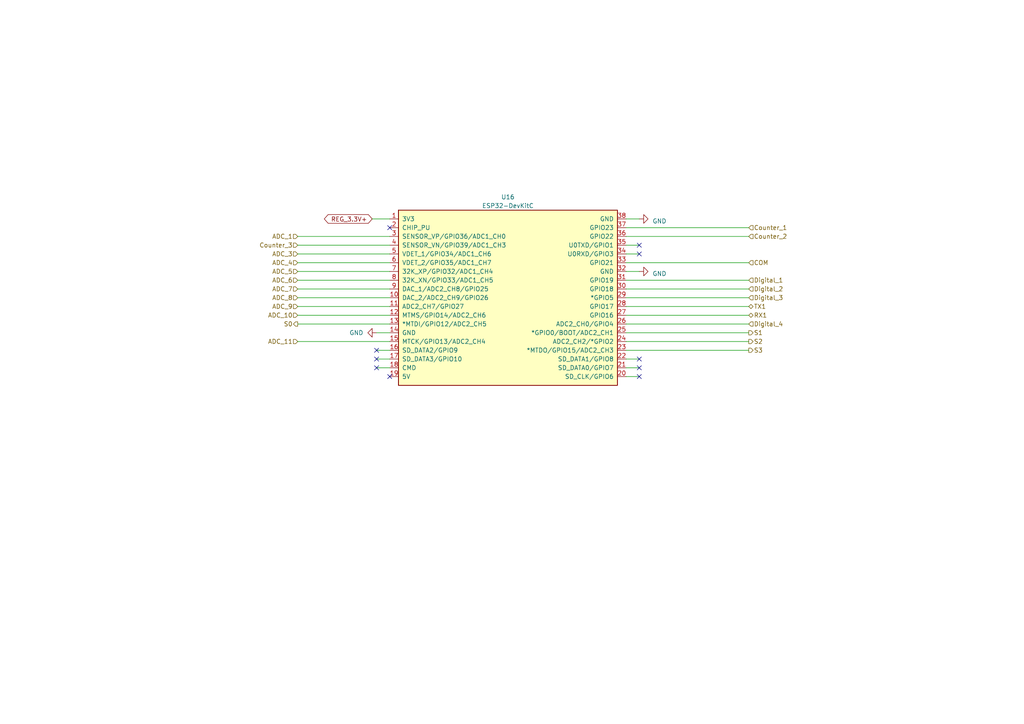
<source format=kicad_sch>
(kicad_sch (version 20230121) (generator eeschema)
  (paper "A4")
  (title_block (title "ESP32 container") (date "2023-05-14") (rev "1.2.1") (comment 1 "https://github.com/martinroger/VXDash") (comment 2 "https://cadlab.io/projects/vxdash"))
  (lib_symbols
    (symbol "Espressif:ESP32-DevKitC" (pin_names (offset 1.016))
      (property "Reference" "U" (at -30.48 30.48 0))
      (property "Value" "ESP32-DevKitC" (at -30.48 27.94 0))
      (symbol "ESP32-DevKitC_0_0"
        (pin power_in line (at -33.02 -10.16 0) (length 2.54) (name "GND") (number "14"))
        (pin power_in line (at -33.02 -22.86 0) (length 2.54) (name "5V") (number "19"))
      )
      (symbol "ESP32-DevKitC_0_1"
        (rectangle (start -30.48 25.4) (end 33.02 -25.4) (stroke (width 0.254)) (fill (type background)))
      )
      (symbol "ESP32-DevKitC_1_1"
        (pin power_in line (at -33.02 22.86 0) (length 2.54) (name "3V3") (number "1"))
        (pin bidirectional line (at -33.02 0 0) (length 2.54) (name "DAC_2/ADC2_CH9/GPIO26") (number "10"))
        (pin bidirectional line (at -33.02 -2.54 0) (length 2.54) (name "ADC2_CH7/GPIO27") (number "11"))
        (pin bidirectional line (at -33.02 -5.08 0) (length 2.54) (name "MTMS/GPIO14/ADC2_CH6") (number "12"))
        (pin bidirectional line (at -33.02 -7.62 0) (length 2.54) (name "*MTDI/GPIO12/ADC2_CH5") (number "13"))
        (pin bidirectional line (at -33.02 -12.7 0) (length 2.54) (name "MTCK/GPIO13/ADC2_CH4") (number "15"))
        (pin bidirectional line (at -33.02 -15.24 0) (length 2.54) (name "SD_DATA2/GPIO9") (number "16"))
        (pin bidirectional line (at -33.02 -17.78 0) (length 2.54) (name "SD_DATA3/GPIO10") (number "17"))
        (pin bidirectional line (at -33.02 -20.32 0) (length 2.54) (name "CMD") (number "18"))
        (pin input line (at -33.02 20.32 0) (length 2.54) (name "CHIP_PU") (number "2"))
        (pin bidirectional line (at 35.56 -22.86 180) (length 2.54) (name "SD_CLK/GPIO6") (number "20"))
        (pin bidirectional line (at 35.56 -20.32 180) (length 2.54) (name "SD_DATA0/GPIO7") (number "21"))
        (pin bidirectional line (at 35.56 -17.78 180) (length 2.54) (name "SD_DATA1/GPIO8") (number "22"))
        (pin bidirectional line (at 35.56 -15.24 180) (length 2.54) (name "*MTDO/GPIO15/ADC2_CH3") (number "23"))
        (pin bidirectional line (at 35.56 -12.7 180) (length 2.54) (name "ADC2_CH2/*GPIO2") (number "24"))
        (pin bidirectional line (at 35.56 -10.16 180) (length 2.54) (name "*GPIO0/BOOT/ADC2_CH1") (number "25"))
        (pin bidirectional line (at 35.56 -7.62 180) (length 2.54) (name "ADC2_CH0/GPIO4") (number "26"))
        (pin bidirectional line (at 35.56 -5.08 180) (length 2.54) (name "GPIO16") (number "27"))
        (pin bidirectional line (at 35.56 -2.54 180) (length 2.54) (name "GPIO17") (number "28"))
        (pin bidirectional line (at 35.56 0 180) (length 2.54) (name "*GPIO5") (number "29"))
        (pin input line (at -33.02 17.78 0) (length 2.54) (name "SENSOR_VP/GPIO36/ADC1_CH0") (number "3"))
        (pin bidirectional line (at 35.56 2.54 180) (length 2.54) (name "GPIO18") (number "30"))
        (pin bidirectional line (at 35.56 5.08 180) (length 2.54) (name "GPIO19") (number "31"))
        (pin power_in line (at 35.56 7.62 180) (length 2.54) (name "GND") (number "32"))
        (pin bidirectional line (at 35.56 10.16 180) (length 2.54) (name "GPIO21") (number "33"))
        (pin bidirectional line (at 35.56 12.7 180) (length 2.54) (name "U0RXD/GPIO3") (number "34"))
        (pin bidirectional line (at 35.56 15.24 180) (length 2.54) (name "U0TXD/GPIO1") (number "35"))
        (pin bidirectional line (at 35.56 17.78 180) (length 2.54) (name "GPIO22") (number "36"))
        (pin bidirectional line (at 35.56 20.32 180) (length 2.54) (name "GPIO23") (number "37"))
        (pin power_in line (at 35.56 22.86 180) (length 2.54) (name "GND") (number "38"))
        (pin input line (at -33.02 15.24 0) (length 2.54) (name "SENSOR_VN/GPIO39/ADC1_CH3") (number "4"))
        (pin input line (at -33.02 12.7 0) (length 2.54) (name "VDET_1/GPIO34/ADC1_CH6") (number "5"))
        (pin input line (at -33.02 10.16 0) (length 2.54) (name "VDET_2/GPIO35/ADC1_CH7") (number "6"))
        (pin bidirectional line (at -33.02 7.62 0) (length 2.54) (name "32K_XP/GPIO32/ADC1_CH4") (number "7"))
        (pin bidirectional line (at -33.02 5.08 0) (length 2.54) (name "32K_XN/GPIO33/ADC1_CH5") (number "8"))
        (pin bidirectional line (at -33.02 2.54 0) (length 2.54) (name "DAC_1/ADC2_CH8/GPIO25") (number "9"))
      )
    )
    (symbol "power:GND" (power) (pin_names (offset 0))
      (property "Value" "GND" (at 0 -3.81 0))
      (symbol "GND_0_1"
        (polyline (pts (xy 0 0) (xy 0 -1.27) (xy 1.27 -1.27) (xy 0 -2.54) (xy -1.27 -1.27) (xy 0 -1.27)))
      )
      (symbol "GND_1_1"
        (pin power_in line (at 0 0 270) (length 0) hide (name "GND") (number "1"))
      )
    )
  )
  (no_connect (at 185.42 109.22))
  (no_connect (at 113.03 109.22))
  (no_connect (at 185.42 104.14))
  (no_connect (at 185.42 73.66))
  (no_connect (at 185.42 71.12))
  (no_connect (at 109.22 106.68))
  (no_connect (at 113.03 66.04))
  (no_connect (at 109.22 101.6))
  (no_connect (at 185.42 106.68))
  (no_connect (at 109.22 104.14))
  (wire (pts (xy 181.61 106.68) (xy 185.42 106.68)))
  (wire (pts (xy 181.61 88.9) (xy 217.17 88.9)))
  (wire (pts (xy 181.61 71.12) (xy 185.42 71.12)))
  (wire (pts (xy 181.61 104.14) (xy 185.42 104.14)))
  (wire (pts (xy 181.61 93.98) (xy 217.17 93.98)))
  (wire (pts (xy 181.61 109.22) (xy 185.42 109.22)))
  (wire (pts (xy 109.22 106.68) (xy 113.03 106.68)))
  (wire (pts (xy 181.61 99.06) (xy 217.17 99.06)))
  (wire (pts (xy 86.36 93.98) (xy 113.03 93.98)))
  (wire (pts (xy 181.61 66.04) (xy 217.17 66.04)))
  (wire (pts (xy 181.61 63.5) (xy 185.42 63.5)))
  (wire (pts (xy 181.61 91.44) (xy 217.17 91.44)))
  (wire (pts (xy 181.61 96.52) (xy 217.17 96.52)))
  (wire (pts (xy 86.36 88.9) (xy 113.03 88.9)))
  (wire (pts (xy 86.36 86.36) (xy 113.03 86.36)))
  (wire (pts (xy 181.61 76.2) (xy 217.17 76.2)))
  (wire (pts (xy 86.36 78.74) (xy 113.03 78.74)))
  (wire (pts (xy 86.36 99.06) (xy 113.03 99.06)))
  (wire (pts (xy 86.36 76.2) (xy 113.03 76.2)))
  (wire (pts (xy 181.61 78.74) (xy 185.42 78.74)))
  (wire (pts (xy 86.36 71.12) (xy 113.03 71.12)))
  (wire (pts (xy 181.61 68.58) (xy 217.17 68.58)))
  (wire (pts (xy 86.36 83.82) (xy 113.03 83.82)))
  (wire (pts (xy 86.36 81.28) (xy 113.03 81.28)))
  (wire (pts (xy 109.22 96.52) (xy 113.03 96.52)))
  (wire (pts (xy 86.36 68.58) (xy 113.03 68.58)))
  (wire (pts (xy 181.61 101.6) (xy 217.17 101.6)))
  (wire (pts (xy 107.95 63.5) (xy 113.03 63.5)))
  (wire (pts (xy 109.22 101.6) (xy 113.03 101.6)))
  (wire (pts (xy 181.61 81.28) (xy 217.17 81.28)))
  (wire (pts (xy 181.61 86.36) (xy 217.17 86.36)))
  (wire (pts (xy 181.61 73.66) (xy 185.42 73.66)))
  (wire (pts (xy 181.61 83.82) (xy 217.17 83.82)))
  (wire (pts (xy 109.22 104.14) (xy 113.03 104.14)))
  (wire (pts (xy 86.36 73.66) (xy 113.03 73.66)))
  (wire (pts (xy 86.36 91.44) (xy 113.03 91.44)))
  (global_label "REG_3.3V+" (shape bidirectional) (at 107.95 63.5 180) (property "Intersheetrefs" "${INTERSHEET_REFS}" (effects hide)))
  (hierarchical_label "ADC_1" (shape input) (at 86.36 68.58 180))
  (hierarchical_label "Counter_3" (shape input) (at 86.36 71.12 180))
  (hierarchical_label "Digital_1" (shape input) (at 217.17 81.28 0))
  (hierarchical_label "ADC_10" (shape input) (at 86.36 91.44 180))
  (hierarchical_label "S0" (shape output) (at 86.36 93.98 180))
  (hierarchical_label "Digital_3" (shape input) (at 217.17 86.36 0))
  (hierarchical_label "Counter_2" (shape input) (at 217.17 68.58 0))
  (hierarchical_label "ADC_4" (shape input) (at 86.36 76.2 180))
  (hierarchical_label "ADC_5" (shape input) (at 86.36 78.74 180))
  (hierarchical_label "S3" (shape output) (at 217.17 101.6 0))
  (hierarchical_label "ADC_7" (shape input) (at 86.36 83.82 180))
  (hierarchical_label "Digital_4" (shape input) (at 217.17 93.98 0))
  (hierarchical_label "COM" (shape input) (at 217.17 76.2 0))
  (hierarchical_label "ADC_11" (shape input) (at 86.36 99.06 180))
  (hierarchical_label "Counter_1" (shape input) (at 217.17 66.04 0))
  (hierarchical_label "S1" (shape output) (at 217.17 96.52 0))
  (hierarchical_label "ADC_8" (shape input) (at 86.36 86.36 180))
  (hierarchical_label "S2" (shape output) (at 217.17 99.06 0))
  (hierarchical_label "Digital_2" (shape input) (at 217.17 83.82 0))
  (hierarchical_label "ADC_3" (shape input) (at 86.36 73.66 180))
  (hierarchical_label "RX1" (shape bidirectional) (at 217.17 91.44 0))
  (hierarchical_label "ADC_9" (shape input) (at 86.36 88.9 180))
  (hierarchical_label "TX1" (shape bidirectional) (at 217.17 88.9 0))
  (hierarchical_label "ADC_6" (shape input) (at 86.36 81.28 180))
  (symbol (lib_id "power:GND") (at 185.42 63.5 90) (unit 1)
    (property "Reference" "#PWR07" (effects hide))
    (property "Value" "GND" (at 189.23 64.135 90) (effects (justify right)))
    (instances (project "DashSpy" (path "" (reference "#PWR07") (unit 1))) (project "VXDash" (path "" (reference "#PWR09") (unit 1)) (path "" (reference "#PWR044") (unit 1))))
  )
  (symbol (lib_id "power:GND") (at 109.22 96.52 270) (unit 1)
    (property "Reference" "#PWR07" (effects hide))
    (property "Value" "GND" (at 105.41 96.52 90) (effects (justify right)))
    (instances (project "DashSpy" (path "" (reference "#PWR07") (unit 1))) (project "VXDash" (path "" (reference "#PWR09") (unit 1)) (path "" (reference "#PWR043") (unit 1))))
  )
  (symbol (lib_id "Espressif:ESP32-DevKitC") (at 146.05 86.36 0) (unit 1)
    (property "Reference" "U16" (at 147.32 57.15 0))
    (property "Value" "ESP32-DevKitC" (at 147.32 59.69 0))
    (property "Footprint" "Espressif:ESP32-DevKitC" (effects hide))
    (property "Datasheet" "https://docs.espressif.com/projects/esp-idf/zh_CN/latest/esp32/hw-reference/esp32/get-started-devkitc.html" (effects hide))
  )
  (symbol (lib_id "power:GND") (at 185.42 78.74 90) (unit 1)
    (property "Reference" "#PWR07" (effects hide))
    (property "Value" "GND" (at 189.23 79.375 90) (effects (justify right)))
    (instances (project "DashSpy" (path "" (reference "#PWR07") (unit 1))) (project "VXDash" (path "" (reference "#PWR09") (unit 1)) (path "" (reference "#PWR045") (unit 1))))
  )
)
</source>
